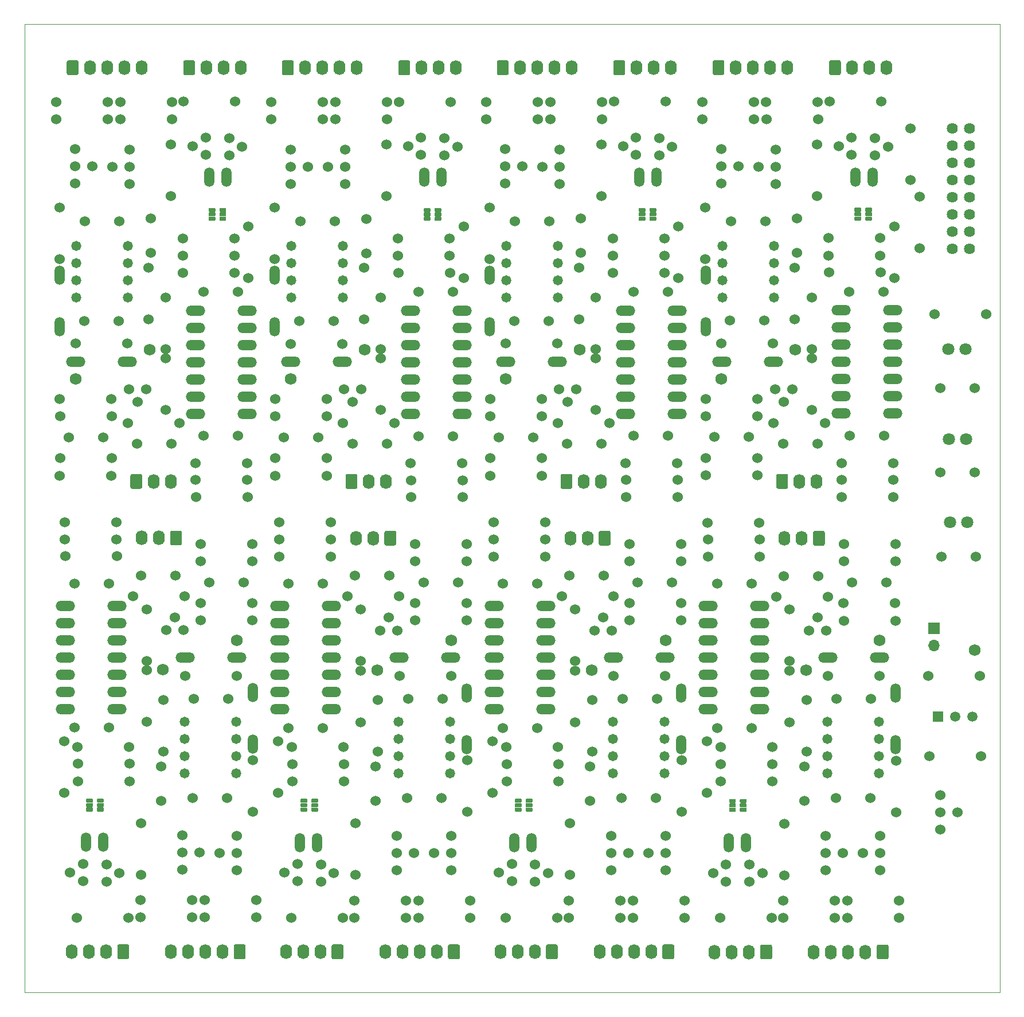
<source format=gbr>
%TF.GenerationSoftware,KiCad,Pcbnew,5.1.8-db9833491~88~ubuntu16.04.1*%
%TF.CreationDate,2021-01-16T20:59:40+01:00*%
%TF.ProjectId,vco,76636f2e-6b69-4636-9164-5f7063625858,rev?*%
%TF.SameCoordinates,Original*%
%TF.FileFunction,Soldermask,Top*%
%TF.FilePolarity,Negative*%
%FSLAX46Y46*%
G04 Gerber Fmt 4.6, Leading zero omitted, Abs format (unit mm)*
G04 Created by KiCad (PCBNEW 5.1.8-db9833491~88~ubuntu16.04.1) date 2021-01-16 20:59:40*
%MOMM*%
%LPD*%
G01*
G04 APERTURE LIST*
%TA.AperFunction,Profile*%
%ADD10C,0.050000*%
%TD*%
%ADD11C,1.727200*%
%ADD12C,1.524000*%
%ADD13R,1.500000X1.500000*%
%ADD14C,1.500000*%
%ADD15O,1.700000X1.700000*%
%ADD16R,1.700000X1.700000*%
%ADD17O,1.740000X2.190000*%
%ADD18O,1.524000X2.844800*%
%ADD19C,1.473200*%
%ADD20O,2.844800X1.524000*%
%ADD21C,1.803400*%
%ADD22C,1.625600*%
G04 APERTURE END LIST*
D10*
X163000000Y-187000000D02*
X19000000Y-187000000D01*
X163000000Y-44000000D02*
X163000000Y-187000000D01*
X19000000Y-44000000D02*
X163000000Y-44000000D01*
X19000000Y-187000000D02*
X19000000Y-44000000D01*
D11*
%TO.C,TP*%
X159300000Y-136400000D03*
%TD*%
%TO.C,Q1*%
G36*
G01*
X47872100Y-71104400D02*
X48672100Y-71104400D01*
G75*
G02*
X48773700Y-71206000I0J-101600D01*
G01*
X48773700Y-71606000D01*
G75*
G02*
X48672100Y-71707600I-101600J0D01*
G01*
X47872100Y-71707600D01*
G75*
G02*
X47770500Y-71606000I0J101600D01*
G01*
X47770500Y-71206000D01*
G75*
G02*
X47872100Y-71104400I101600J0D01*
G01*
G37*
G36*
G01*
X47872100Y-71754400D02*
X48672100Y-71754400D01*
G75*
G02*
X48773700Y-71856000I0J-101600D01*
G01*
X48773700Y-72256000D01*
G75*
G02*
X48672100Y-72357600I-101600J0D01*
G01*
X47872100Y-72357600D01*
G75*
G02*
X47770500Y-72256000I0J101600D01*
G01*
X47770500Y-71856000D01*
G75*
G02*
X47872100Y-71754400I101600J0D01*
G01*
G37*
G36*
G01*
X47872100Y-72404400D02*
X48672100Y-72404400D01*
G75*
G02*
X48773700Y-72506000I0J-101600D01*
G01*
X48773700Y-72906000D01*
G75*
G02*
X48672100Y-73007600I-101600J0D01*
G01*
X47872100Y-73007600D01*
G75*
G02*
X47770500Y-72906000I0J101600D01*
G01*
X47770500Y-72506000D01*
G75*
G02*
X47872100Y-72404400I101600J0D01*
G01*
G37*
G36*
G01*
X46272100Y-72404400D02*
X47072100Y-72404400D01*
G75*
G02*
X47173700Y-72506000I0J-101600D01*
G01*
X47173700Y-72906000D01*
G75*
G02*
X47072100Y-73007600I-101600J0D01*
G01*
X46272100Y-73007600D01*
G75*
G02*
X46170500Y-72906000I0J101600D01*
G01*
X46170500Y-72506000D01*
G75*
G02*
X46272100Y-72404400I101600J0D01*
G01*
G37*
G36*
G01*
X46272100Y-71754400D02*
X47072100Y-71754400D01*
G75*
G02*
X47173700Y-71856000I0J-101600D01*
G01*
X47173700Y-72256000D01*
G75*
G02*
X47072100Y-72357600I-101600J0D01*
G01*
X46272100Y-72357600D01*
G75*
G02*
X46170500Y-72256000I0J101600D01*
G01*
X46170500Y-71856000D01*
G75*
G02*
X46272100Y-71754400I101600J0D01*
G01*
G37*
G36*
G01*
X46272100Y-71104400D02*
X47072100Y-71104400D01*
G75*
G02*
X47173700Y-71206000I0J-101600D01*
G01*
X47173700Y-71606000D01*
G75*
G02*
X47072100Y-71707600I-101600J0D01*
G01*
X46272100Y-71707600D01*
G75*
G02*
X46170500Y-71606000I0J101600D01*
G01*
X46170500Y-71206000D01*
G75*
G02*
X46272100Y-71104400I101600J0D01*
G01*
G37*
%TD*%
%TO.C,Q3*%
G36*
G01*
X79649505Y-71116299D02*
X80449505Y-71116299D01*
G75*
G02*
X80551105Y-71217899I0J-101600D01*
G01*
X80551105Y-71617899D01*
G75*
G02*
X80449505Y-71719499I-101600J0D01*
G01*
X79649505Y-71719499D01*
G75*
G02*
X79547905Y-71617899I0J101600D01*
G01*
X79547905Y-71217899D01*
G75*
G02*
X79649505Y-71116299I101600J0D01*
G01*
G37*
G36*
G01*
X79649505Y-71766299D02*
X80449505Y-71766299D01*
G75*
G02*
X80551105Y-71867899I0J-101600D01*
G01*
X80551105Y-72267899D01*
G75*
G02*
X80449505Y-72369499I-101600J0D01*
G01*
X79649505Y-72369499D01*
G75*
G02*
X79547905Y-72267899I0J101600D01*
G01*
X79547905Y-71867899D01*
G75*
G02*
X79649505Y-71766299I101600J0D01*
G01*
G37*
G36*
G01*
X79649505Y-72416299D02*
X80449505Y-72416299D01*
G75*
G02*
X80551105Y-72517899I0J-101600D01*
G01*
X80551105Y-72917899D01*
G75*
G02*
X80449505Y-73019499I-101600J0D01*
G01*
X79649505Y-73019499D01*
G75*
G02*
X79547905Y-72917899I0J101600D01*
G01*
X79547905Y-72517899D01*
G75*
G02*
X79649505Y-72416299I101600J0D01*
G01*
G37*
G36*
G01*
X78049505Y-72416299D02*
X78849505Y-72416299D01*
G75*
G02*
X78951105Y-72517899I0J-101600D01*
G01*
X78951105Y-72917899D01*
G75*
G02*
X78849505Y-73019499I-101600J0D01*
G01*
X78049505Y-73019499D01*
G75*
G02*
X77947905Y-72917899I0J101600D01*
G01*
X77947905Y-72517899D01*
G75*
G02*
X78049505Y-72416299I101600J0D01*
G01*
G37*
G36*
G01*
X78049505Y-71766299D02*
X78849505Y-71766299D01*
G75*
G02*
X78951105Y-71867899I0J-101600D01*
G01*
X78951105Y-72267899D01*
G75*
G02*
X78849505Y-72369499I-101600J0D01*
G01*
X78049505Y-72369499D01*
G75*
G02*
X77947905Y-72267899I0J101600D01*
G01*
X77947905Y-71867899D01*
G75*
G02*
X78049505Y-71766299I101600J0D01*
G01*
G37*
G36*
G01*
X78049505Y-71116299D02*
X78849505Y-71116299D01*
G75*
G02*
X78951105Y-71217899I0J-101600D01*
G01*
X78951105Y-71617899D01*
G75*
G02*
X78849505Y-71719499I-101600J0D01*
G01*
X78049505Y-71719499D01*
G75*
G02*
X77947905Y-71617899I0J101600D01*
G01*
X77947905Y-71217899D01*
G75*
G02*
X78049505Y-71116299I101600J0D01*
G01*
G37*
%TD*%
%TO.C,Q5*%
G36*
G01*
X111383170Y-71105477D02*
X112183170Y-71105477D01*
G75*
G02*
X112284770Y-71207077I0J-101600D01*
G01*
X112284770Y-71607077D01*
G75*
G02*
X112183170Y-71708677I-101600J0D01*
G01*
X111383170Y-71708677D01*
G75*
G02*
X111281570Y-71607077I0J101600D01*
G01*
X111281570Y-71207077D01*
G75*
G02*
X111383170Y-71105477I101600J0D01*
G01*
G37*
G36*
G01*
X111383170Y-71755477D02*
X112183170Y-71755477D01*
G75*
G02*
X112284770Y-71857077I0J-101600D01*
G01*
X112284770Y-72257077D01*
G75*
G02*
X112183170Y-72358677I-101600J0D01*
G01*
X111383170Y-72358677D01*
G75*
G02*
X111281570Y-72257077I0J101600D01*
G01*
X111281570Y-71857077D01*
G75*
G02*
X111383170Y-71755477I101600J0D01*
G01*
G37*
G36*
G01*
X111383170Y-72405477D02*
X112183170Y-72405477D01*
G75*
G02*
X112284770Y-72507077I0J-101600D01*
G01*
X112284770Y-72907077D01*
G75*
G02*
X112183170Y-73008677I-101600J0D01*
G01*
X111383170Y-73008677D01*
G75*
G02*
X111281570Y-72907077I0J101600D01*
G01*
X111281570Y-72507077D01*
G75*
G02*
X111383170Y-72405477I101600J0D01*
G01*
G37*
G36*
G01*
X109783170Y-72405477D02*
X110583170Y-72405477D01*
G75*
G02*
X110684770Y-72507077I0J-101600D01*
G01*
X110684770Y-72907077D01*
G75*
G02*
X110583170Y-73008677I-101600J0D01*
G01*
X109783170Y-73008677D01*
G75*
G02*
X109681570Y-72907077I0J101600D01*
G01*
X109681570Y-72507077D01*
G75*
G02*
X109783170Y-72405477I101600J0D01*
G01*
G37*
G36*
G01*
X109783170Y-71755477D02*
X110583170Y-71755477D01*
G75*
G02*
X110684770Y-71857077I0J-101600D01*
G01*
X110684770Y-72257077D01*
G75*
G02*
X110583170Y-72358677I-101600J0D01*
G01*
X109783170Y-72358677D01*
G75*
G02*
X109681570Y-72257077I0J101600D01*
G01*
X109681570Y-71857077D01*
G75*
G02*
X109783170Y-71755477I101600J0D01*
G01*
G37*
G36*
G01*
X109783170Y-71105477D02*
X110583170Y-71105477D01*
G75*
G02*
X110684770Y-71207077I0J-101600D01*
G01*
X110684770Y-71607077D01*
G75*
G02*
X110583170Y-71708677I-101600J0D01*
G01*
X109783170Y-71708677D01*
G75*
G02*
X109681570Y-71607077I0J101600D01*
G01*
X109681570Y-71207077D01*
G75*
G02*
X109783170Y-71105477I101600J0D01*
G01*
G37*
%TD*%
%TO.C,Q7*%
G36*
G01*
X143248565Y-71092170D02*
X144048565Y-71092170D01*
G75*
G02*
X144150165Y-71193770I0J-101600D01*
G01*
X144150165Y-71593770D01*
G75*
G02*
X144048565Y-71695370I-101600J0D01*
G01*
X143248565Y-71695370D01*
G75*
G02*
X143146965Y-71593770I0J101600D01*
G01*
X143146965Y-71193770D01*
G75*
G02*
X143248565Y-71092170I101600J0D01*
G01*
G37*
G36*
G01*
X143248565Y-71742170D02*
X144048565Y-71742170D01*
G75*
G02*
X144150165Y-71843770I0J-101600D01*
G01*
X144150165Y-72243770D01*
G75*
G02*
X144048565Y-72345370I-101600J0D01*
G01*
X143248565Y-72345370D01*
G75*
G02*
X143146965Y-72243770I0J101600D01*
G01*
X143146965Y-71843770D01*
G75*
G02*
X143248565Y-71742170I101600J0D01*
G01*
G37*
G36*
G01*
X143248565Y-72392170D02*
X144048565Y-72392170D01*
G75*
G02*
X144150165Y-72493770I0J-101600D01*
G01*
X144150165Y-72893770D01*
G75*
G02*
X144048565Y-72995370I-101600J0D01*
G01*
X143248565Y-72995370D01*
G75*
G02*
X143146965Y-72893770I0J101600D01*
G01*
X143146965Y-72493770D01*
G75*
G02*
X143248565Y-72392170I101600J0D01*
G01*
G37*
G36*
G01*
X141648565Y-72392170D02*
X142448565Y-72392170D01*
G75*
G02*
X142550165Y-72493770I0J-101600D01*
G01*
X142550165Y-72893770D01*
G75*
G02*
X142448565Y-72995370I-101600J0D01*
G01*
X141648565Y-72995370D01*
G75*
G02*
X141546965Y-72893770I0J101600D01*
G01*
X141546965Y-72493770D01*
G75*
G02*
X141648565Y-72392170I101600J0D01*
G01*
G37*
G36*
G01*
X141648565Y-71742170D02*
X142448565Y-71742170D01*
G75*
G02*
X142550165Y-71843770I0J-101600D01*
G01*
X142550165Y-72243770D01*
G75*
G02*
X142448565Y-72345370I-101600J0D01*
G01*
X141648565Y-72345370D01*
G75*
G02*
X141546965Y-72243770I0J101600D01*
G01*
X141546965Y-71843770D01*
G75*
G02*
X141648565Y-71742170I101600J0D01*
G01*
G37*
G36*
G01*
X141648565Y-71092170D02*
X142448565Y-71092170D01*
G75*
G02*
X142550165Y-71193770I0J-101600D01*
G01*
X142550165Y-71593770D01*
G75*
G02*
X142448565Y-71695370I-101600J0D01*
G01*
X141648565Y-71695370D01*
G75*
G02*
X141546965Y-71593770I0J101600D01*
G01*
X141546965Y-71193770D01*
G75*
G02*
X141648565Y-71092170I101600J0D01*
G01*
G37*
%TD*%
%TO.C,Q9*%
G36*
G01*
X28995999Y-160253000D02*
X28195999Y-160253000D01*
G75*
G02*
X28094399Y-160151400I0J101600D01*
G01*
X28094399Y-159751400D01*
G75*
G02*
X28195999Y-159649800I101600J0D01*
G01*
X28995999Y-159649800D01*
G75*
G02*
X29097599Y-159751400I0J-101600D01*
G01*
X29097599Y-160151400D01*
G75*
G02*
X28995999Y-160253000I-101600J0D01*
G01*
G37*
G36*
G01*
X28995999Y-159603000D02*
X28195999Y-159603000D01*
G75*
G02*
X28094399Y-159501400I0J101600D01*
G01*
X28094399Y-159101400D01*
G75*
G02*
X28195999Y-158999800I101600J0D01*
G01*
X28995999Y-158999800D01*
G75*
G02*
X29097599Y-159101400I0J-101600D01*
G01*
X29097599Y-159501400D01*
G75*
G02*
X28995999Y-159603000I-101600J0D01*
G01*
G37*
G36*
G01*
X28995999Y-158953000D02*
X28195999Y-158953000D01*
G75*
G02*
X28094399Y-158851400I0J101600D01*
G01*
X28094399Y-158451400D01*
G75*
G02*
X28195999Y-158349800I101600J0D01*
G01*
X28995999Y-158349800D01*
G75*
G02*
X29097599Y-158451400I0J-101600D01*
G01*
X29097599Y-158851400D01*
G75*
G02*
X28995999Y-158953000I-101600J0D01*
G01*
G37*
G36*
G01*
X30595999Y-158953000D02*
X29795999Y-158953000D01*
G75*
G02*
X29694399Y-158851400I0J101600D01*
G01*
X29694399Y-158451400D01*
G75*
G02*
X29795999Y-158349800I101600J0D01*
G01*
X30595999Y-158349800D01*
G75*
G02*
X30697599Y-158451400I0J-101600D01*
G01*
X30697599Y-158851400D01*
G75*
G02*
X30595999Y-158953000I-101600J0D01*
G01*
G37*
G36*
G01*
X30595999Y-159603000D02*
X29795999Y-159603000D01*
G75*
G02*
X29694399Y-159501400I0J101600D01*
G01*
X29694399Y-159101400D01*
G75*
G02*
X29795999Y-158999800I101600J0D01*
G01*
X30595999Y-158999800D01*
G75*
G02*
X30697599Y-159101400I0J-101600D01*
G01*
X30697599Y-159501400D01*
G75*
G02*
X30595999Y-159603000I-101600J0D01*
G01*
G37*
G36*
G01*
X30595999Y-160253000D02*
X29795999Y-160253000D01*
G75*
G02*
X29694399Y-160151400I0J101600D01*
G01*
X29694399Y-159751400D01*
G75*
G02*
X29795999Y-159649800I101600J0D01*
G01*
X30595999Y-159649800D01*
G75*
G02*
X30697599Y-159751400I0J-101600D01*
G01*
X30697599Y-160151400D01*
G75*
G02*
X30595999Y-160253000I-101600J0D01*
G01*
G37*
%TD*%
%TO.C,Q11*%
G36*
G01*
X60635999Y-160273000D02*
X59835999Y-160273000D01*
G75*
G02*
X59734399Y-160171400I0J101600D01*
G01*
X59734399Y-159771400D01*
G75*
G02*
X59835999Y-159669800I101600J0D01*
G01*
X60635999Y-159669800D01*
G75*
G02*
X60737599Y-159771400I0J-101600D01*
G01*
X60737599Y-160171400D01*
G75*
G02*
X60635999Y-160273000I-101600J0D01*
G01*
G37*
G36*
G01*
X60635999Y-159623000D02*
X59835999Y-159623000D01*
G75*
G02*
X59734399Y-159521400I0J101600D01*
G01*
X59734399Y-159121400D01*
G75*
G02*
X59835999Y-159019800I101600J0D01*
G01*
X60635999Y-159019800D01*
G75*
G02*
X60737599Y-159121400I0J-101600D01*
G01*
X60737599Y-159521400D01*
G75*
G02*
X60635999Y-159623000I-101600J0D01*
G01*
G37*
G36*
G01*
X60635999Y-158973000D02*
X59835999Y-158973000D01*
G75*
G02*
X59734399Y-158871400I0J101600D01*
G01*
X59734399Y-158471400D01*
G75*
G02*
X59835999Y-158369800I101600J0D01*
G01*
X60635999Y-158369800D01*
G75*
G02*
X60737599Y-158471400I0J-101600D01*
G01*
X60737599Y-158871400D01*
G75*
G02*
X60635999Y-158973000I-101600J0D01*
G01*
G37*
G36*
G01*
X62235999Y-158973000D02*
X61435999Y-158973000D01*
G75*
G02*
X61334399Y-158871400I0J101600D01*
G01*
X61334399Y-158471400D01*
G75*
G02*
X61435999Y-158369800I101600J0D01*
G01*
X62235999Y-158369800D01*
G75*
G02*
X62337599Y-158471400I0J-101600D01*
G01*
X62337599Y-158871400D01*
G75*
G02*
X62235999Y-158973000I-101600J0D01*
G01*
G37*
G36*
G01*
X62235999Y-159623000D02*
X61435999Y-159623000D01*
G75*
G02*
X61334399Y-159521400I0J101600D01*
G01*
X61334399Y-159121400D01*
G75*
G02*
X61435999Y-159019800I101600J0D01*
G01*
X62235999Y-159019800D01*
G75*
G02*
X62337599Y-159121400I0J-101600D01*
G01*
X62337599Y-159521400D01*
G75*
G02*
X62235999Y-159623000I-101600J0D01*
G01*
G37*
G36*
G01*
X62235999Y-160273000D02*
X61435999Y-160273000D01*
G75*
G02*
X61334399Y-160171400I0J101600D01*
G01*
X61334399Y-159771400D01*
G75*
G02*
X61435999Y-159669800I101600J0D01*
G01*
X62235999Y-159669800D01*
G75*
G02*
X62337599Y-159771400I0J-101600D01*
G01*
X62337599Y-160171400D01*
G75*
G02*
X62235999Y-160273000I-101600J0D01*
G01*
G37*
%TD*%
%TO.C,Q13*%
G36*
G01*
X92295999Y-160273000D02*
X91495999Y-160273000D01*
G75*
G02*
X91394399Y-160171400I0J101600D01*
G01*
X91394399Y-159771400D01*
G75*
G02*
X91495999Y-159669800I101600J0D01*
G01*
X92295999Y-159669800D01*
G75*
G02*
X92397599Y-159771400I0J-101600D01*
G01*
X92397599Y-160171400D01*
G75*
G02*
X92295999Y-160273000I-101600J0D01*
G01*
G37*
G36*
G01*
X92295999Y-159623000D02*
X91495999Y-159623000D01*
G75*
G02*
X91394399Y-159521400I0J101600D01*
G01*
X91394399Y-159121400D01*
G75*
G02*
X91495999Y-159019800I101600J0D01*
G01*
X92295999Y-159019800D01*
G75*
G02*
X92397599Y-159121400I0J-101600D01*
G01*
X92397599Y-159521400D01*
G75*
G02*
X92295999Y-159623000I-101600J0D01*
G01*
G37*
G36*
G01*
X92295999Y-158973000D02*
X91495999Y-158973000D01*
G75*
G02*
X91394399Y-158871400I0J101600D01*
G01*
X91394399Y-158471400D01*
G75*
G02*
X91495999Y-158369800I101600J0D01*
G01*
X92295999Y-158369800D01*
G75*
G02*
X92397599Y-158471400I0J-101600D01*
G01*
X92397599Y-158871400D01*
G75*
G02*
X92295999Y-158973000I-101600J0D01*
G01*
G37*
G36*
G01*
X93895999Y-158973000D02*
X93095999Y-158973000D01*
G75*
G02*
X92994399Y-158871400I0J101600D01*
G01*
X92994399Y-158471400D01*
G75*
G02*
X93095999Y-158369800I101600J0D01*
G01*
X93895999Y-158369800D01*
G75*
G02*
X93997599Y-158471400I0J-101600D01*
G01*
X93997599Y-158871400D01*
G75*
G02*
X93895999Y-158973000I-101600J0D01*
G01*
G37*
G36*
G01*
X93895999Y-159623000D02*
X93095999Y-159623000D01*
G75*
G02*
X92994399Y-159521400I0J101600D01*
G01*
X92994399Y-159121400D01*
G75*
G02*
X93095999Y-159019800I101600J0D01*
G01*
X93895999Y-159019800D01*
G75*
G02*
X93997599Y-159121400I0J-101600D01*
G01*
X93997599Y-159521400D01*
G75*
G02*
X93895999Y-159623000I-101600J0D01*
G01*
G37*
G36*
G01*
X93895999Y-160273000D02*
X93095999Y-160273000D01*
G75*
G02*
X92994399Y-160171400I0J101600D01*
G01*
X92994399Y-159771400D01*
G75*
G02*
X93095999Y-159669800I101600J0D01*
G01*
X93895999Y-159669800D01*
G75*
G02*
X93997599Y-159771400I0J-101600D01*
G01*
X93997599Y-160171400D01*
G75*
G02*
X93895999Y-160273000I-101600J0D01*
G01*
G37*
%TD*%
%TO.C,Q15*%
G36*
G01*
X123935999Y-160293000D02*
X123135999Y-160293000D01*
G75*
G02*
X123034399Y-160191400I0J101600D01*
G01*
X123034399Y-159791400D01*
G75*
G02*
X123135999Y-159689800I101600J0D01*
G01*
X123935999Y-159689800D01*
G75*
G02*
X124037599Y-159791400I0J-101600D01*
G01*
X124037599Y-160191400D01*
G75*
G02*
X123935999Y-160293000I-101600J0D01*
G01*
G37*
G36*
G01*
X123935999Y-159643000D02*
X123135999Y-159643000D01*
G75*
G02*
X123034399Y-159541400I0J101600D01*
G01*
X123034399Y-159141400D01*
G75*
G02*
X123135999Y-159039800I101600J0D01*
G01*
X123935999Y-159039800D01*
G75*
G02*
X124037599Y-159141400I0J-101600D01*
G01*
X124037599Y-159541400D01*
G75*
G02*
X123935999Y-159643000I-101600J0D01*
G01*
G37*
G36*
G01*
X123935999Y-158993000D02*
X123135999Y-158993000D01*
G75*
G02*
X123034399Y-158891400I0J101600D01*
G01*
X123034399Y-158491400D01*
G75*
G02*
X123135999Y-158389800I101600J0D01*
G01*
X123935999Y-158389800D01*
G75*
G02*
X124037599Y-158491400I0J-101600D01*
G01*
X124037599Y-158891400D01*
G75*
G02*
X123935999Y-158993000I-101600J0D01*
G01*
G37*
G36*
G01*
X125535999Y-158993000D02*
X124735999Y-158993000D01*
G75*
G02*
X124634399Y-158891400I0J101600D01*
G01*
X124634399Y-158491400D01*
G75*
G02*
X124735999Y-158389800I101600J0D01*
G01*
X125535999Y-158389800D01*
G75*
G02*
X125637599Y-158491400I0J-101600D01*
G01*
X125637599Y-158891400D01*
G75*
G02*
X125535999Y-158993000I-101600J0D01*
G01*
G37*
G36*
G01*
X125535999Y-159643000D02*
X124735999Y-159643000D01*
G75*
G02*
X124634399Y-159541400I0J101600D01*
G01*
X124634399Y-159141400D01*
G75*
G02*
X124735999Y-159039800I101600J0D01*
G01*
X125535999Y-159039800D01*
G75*
G02*
X125637599Y-159141400I0J-101600D01*
G01*
X125637599Y-159541400D01*
G75*
G02*
X125535999Y-159643000I-101600J0D01*
G01*
G37*
G36*
G01*
X125535999Y-160293000D02*
X124735999Y-160293000D01*
G75*
G02*
X124634399Y-160191400I0J101600D01*
G01*
X124634399Y-159791400D01*
G75*
G02*
X124735999Y-159689800I101600J0D01*
G01*
X125535999Y-159689800D01*
G75*
G02*
X125637599Y-159791400I0J-101600D01*
G01*
X125637599Y-160191400D01*
G75*
G02*
X125535999Y-160293000I-101600J0D01*
G01*
G37*
%TD*%
D12*
%TO.C,SCALE1*%
X34533300Y-65024400D03*
X31993300Y-65024400D03*
X34533300Y-62484400D03*
X34533300Y-67564400D03*
%TD*%
%TO.C,OFFSET1*%
X26493300Y-64994400D03*
X29033300Y-64994400D03*
X26493300Y-67534400D03*
X26493300Y-62454400D03*
%TD*%
%TO.C,TRIM_5V1*%
X154230000Y-160400000D03*
X156770000Y-160400000D03*
X154230000Y-162940000D03*
X154230000Y-157860000D03*
%TD*%
D13*
%TO.C,U1*%
X153900000Y-146200000D03*
D14*
X158980000Y-146200000D03*
X156440000Y-146200000D03*
%TD*%
D15*
%TO.C,5V_ALT*%
X153300000Y-135740000D03*
D16*
X153300000Y-133200000D03*
%TD*%
D12*
%TO.C,R197*%
X152590000Y-152100000D03*
X160210000Y-152100000D03*
%TD*%
%TO.C,R196*%
X160110000Y-140200000D03*
X152490000Y-140200000D03*
%TD*%
%TO.C,C16*%
X77220705Y-104796299D03*
X82300705Y-104796299D03*
%TD*%
D17*
%TO.C,PW_IN1*%
X50920000Y-50400000D03*
X48380000Y-50400000D03*
X45840000Y-50400000D03*
G36*
G01*
X42430000Y-51245001D02*
X42430000Y-49554999D01*
G75*
G02*
X42679999Y-49305000I249999J0D01*
G01*
X43920001Y-49305000D01*
G75*
G02*
X44170000Y-49554999I0J-249999D01*
G01*
X44170000Y-51245001D01*
G75*
G02*
X43920001Y-51495000I-249999J0D01*
G01*
X42679999Y-51495000D01*
G75*
G02*
X42430000Y-51245001I0J249999D01*
G01*
G37*
%TD*%
%TO.C,PW_IN8*%
X120888099Y-180997400D03*
X123428099Y-180997400D03*
X125968099Y-180997400D03*
G36*
G01*
X129378099Y-180152399D02*
X129378099Y-181842401D01*
G75*
G02*
X129128100Y-182092400I-249999J0D01*
G01*
X127888098Y-182092400D01*
G75*
G02*
X127638099Y-181842401I0J249999D01*
G01*
X127638099Y-180152399D01*
G75*
G02*
X127888098Y-179902400I249999J0D01*
G01*
X129128100Y-179902400D01*
G75*
G02*
X129378099Y-180152399I0J-249999D01*
G01*
G37*
%TD*%
%TO.C,PW_IN7*%
X89248099Y-180977400D03*
X91788099Y-180977400D03*
X94328099Y-180977400D03*
G36*
G01*
X97738099Y-180132399D02*
X97738099Y-181822401D01*
G75*
G02*
X97488100Y-182072400I-249999J0D01*
G01*
X96248098Y-182072400D01*
G75*
G02*
X95998099Y-181822401I0J249999D01*
G01*
X95998099Y-180132399D01*
G75*
G02*
X96248098Y-179882400I249999J0D01*
G01*
X97488100Y-179882400D01*
G75*
G02*
X97738099Y-180132399I0J-249999D01*
G01*
G37*
%TD*%
%TO.C,PW_IN6*%
X57588099Y-180977400D03*
X60128099Y-180977400D03*
X62668099Y-180977400D03*
G36*
G01*
X66078099Y-180132399D02*
X66078099Y-181822401D01*
G75*
G02*
X65828100Y-182072400I-249999J0D01*
G01*
X64588098Y-182072400D01*
G75*
G02*
X64338099Y-181822401I0J249999D01*
G01*
X64338099Y-180132399D01*
G75*
G02*
X64588098Y-179882400I249999J0D01*
G01*
X65828100Y-179882400D01*
G75*
G02*
X66078099Y-180132399I0J-249999D01*
G01*
G37*
%TD*%
%TO.C,PW_IN5*%
X25948099Y-180957400D03*
X28488099Y-180957400D03*
X31028099Y-180957400D03*
G36*
G01*
X34438099Y-180112399D02*
X34438099Y-181802401D01*
G75*
G02*
X34188100Y-182052400I-249999J0D01*
G01*
X32948098Y-182052400D01*
G75*
G02*
X32698099Y-181802401I0J249999D01*
G01*
X32698099Y-180112399D01*
G75*
G02*
X32948098Y-179862400I249999J0D01*
G01*
X34188100Y-179862400D01*
G75*
G02*
X34438099Y-180112399I0J-249999D01*
G01*
G37*
%TD*%
%TO.C,PW_IN3*%
X146296465Y-50387770D03*
X143756465Y-50387770D03*
X141216465Y-50387770D03*
G36*
G01*
X137806465Y-51232771D02*
X137806465Y-49542769D01*
G75*
G02*
X138056464Y-49292770I249999J0D01*
G01*
X139296466Y-49292770D01*
G75*
G02*
X139546465Y-49542769I0J-249999D01*
G01*
X139546465Y-51232771D01*
G75*
G02*
X139296466Y-51482770I-249999J0D01*
G01*
X138056464Y-51482770D01*
G75*
G02*
X137806465Y-51232771I0J249999D01*
G01*
G37*
%TD*%
%TO.C,PW_IN4*%
X114431070Y-50401077D03*
X111891070Y-50401077D03*
X109351070Y-50401077D03*
G36*
G01*
X105941070Y-51246078D02*
X105941070Y-49556076D01*
G75*
G02*
X106191069Y-49306077I249999J0D01*
G01*
X107431071Y-49306077D01*
G75*
G02*
X107681070Y-49556076I0J-249999D01*
G01*
X107681070Y-51246078D01*
G75*
G02*
X107431071Y-51496077I-249999J0D01*
G01*
X106191069Y-51496077D01*
G75*
G02*
X105941070Y-51246078I0J249999D01*
G01*
G37*
%TD*%
%TO.C,PW_IN2*%
X82697405Y-50411899D03*
X80157405Y-50411899D03*
X77617405Y-50411899D03*
G36*
G01*
X74207405Y-51256900D02*
X74207405Y-49566898D01*
G75*
G02*
X74457404Y-49316899I249999J0D01*
G01*
X75697406Y-49316899D01*
G75*
G02*
X75947405Y-49566898I0J-249999D01*
G01*
X75947405Y-51256900D01*
G75*
G02*
X75697406Y-51506899I-249999J0D01*
G01*
X74457404Y-51506899D01*
G75*
G02*
X74207405Y-51256900I0J249999D01*
G01*
G37*
%TD*%
%TO.C,CV_IN1*%
X36260000Y-50400000D03*
X33720000Y-50400000D03*
X31180000Y-50400000D03*
X28640000Y-50400000D03*
G36*
G01*
X25230000Y-51245001D02*
X25230000Y-49554999D01*
G75*
G02*
X25479999Y-49305000I249999J0D01*
G01*
X26720001Y-49305000D01*
G75*
G02*
X26970000Y-49554999I0J-249999D01*
G01*
X26970000Y-51245001D01*
G75*
G02*
X26720001Y-51495000I-249999J0D01*
G01*
X25479999Y-51495000D01*
G75*
G02*
X25230000Y-51245001I0J249999D01*
G01*
G37*
%TD*%
%TO.C,CV_IN8*%
X135548099Y-180997400D03*
X138088099Y-180997400D03*
X140628099Y-180997400D03*
X143168099Y-180997400D03*
G36*
G01*
X146578099Y-180152399D02*
X146578099Y-181842401D01*
G75*
G02*
X146328100Y-182092400I-249999J0D01*
G01*
X145088098Y-182092400D01*
G75*
G02*
X144838099Y-181842401I0J249999D01*
G01*
X144838099Y-180152399D01*
G75*
G02*
X145088098Y-179902400I249999J0D01*
G01*
X146328100Y-179902400D01*
G75*
G02*
X146578099Y-180152399I0J-249999D01*
G01*
G37*
%TD*%
%TO.C,CV_IN7*%
X103908099Y-180977400D03*
X106448099Y-180977400D03*
X108988099Y-180977400D03*
X111528099Y-180977400D03*
G36*
G01*
X114938099Y-180132399D02*
X114938099Y-181822401D01*
G75*
G02*
X114688100Y-182072400I-249999J0D01*
G01*
X113448098Y-182072400D01*
G75*
G02*
X113198099Y-181822401I0J249999D01*
G01*
X113198099Y-180132399D01*
G75*
G02*
X113448098Y-179882400I249999J0D01*
G01*
X114688100Y-179882400D01*
G75*
G02*
X114938099Y-180132399I0J-249999D01*
G01*
G37*
%TD*%
%TO.C,CV_IN6*%
X72248099Y-180977400D03*
X74788099Y-180977400D03*
X77328099Y-180977400D03*
X79868099Y-180977400D03*
G36*
G01*
X83278099Y-180132399D02*
X83278099Y-181822401D01*
G75*
G02*
X83028100Y-182072400I-249999J0D01*
G01*
X81788098Y-182072400D01*
G75*
G02*
X81538099Y-181822401I0J249999D01*
G01*
X81538099Y-180132399D01*
G75*
G02*
X81788098Y-179882400I249999J0D01*
G01*
X83028100Y-179882400D01*
G75*
G02*
X83278099Y-180132399I0J-249999D01*
G01*
G37*
%TD*%
%TO.C,CV_IN5*%
X40608099Y-180957400D03*
X43148099Y-180957400D03*
X45688099Y-180957400D03*
X48228099Y-180957400D03*
G36*
G01*
X51638099Y-180112399D02*
X51638099Y-181802401D01*
G75*
G02*
X51388100Y-182052400I-249999J0D01*
G01*
X50148098Y-182052400D01*
G75*
G02*
X49898099Y-181802401I0J249999D01*
G01*
X49898099Y-180112399D01*
G75*
G02*
X50148098Y-179862400I249999J0D01*
G01*
X51388100Y-179862400D01*
G75*
G02*
X51638099Y-180112399I0J-249999D01*
G01*
G37*
%TD*%
%TO.C,CV_IN4*%
X131636465Y-50387770D03*
X129096465Y-50387770D03*
X126556465Y-50387770D03*
X124016465Y-50387770D03*
G36*
G01*
X120606465Y-51232771D02*
X120606465Y-49542769D01*
G75*
G02*
X120856464Y-49292770I249999J0D01*
G01*
X122096466Y-49292770D01*
G75*
G02*
X122346465Y-49542769I0J-249999D01*
G01*
X122346465Y-51232771D01*
G75*
G02*
X122096466Y-51482770I-249999J0D01*
G01*
X120856464Y-51482770D01*
G75*
G02*
X120606465Y-51232771I0J249999D01*
G01*
G37*
%TD*%
%TO.C,CV_IN3*%
X99771070Y-50401077D03*
X97231070Y-50401077D03*
X94691070Y-50401077D03*
X92151070Y-50401077D03*
G36*
G01*
X88741070Y-51246078D02*
X88741070Y-49556076D01*
G75*
G02*
X88991069Y-49306077I249999J0D01*
G01*
X90231071Y-49306077D01*
G75*
G02*
X90481070Y-49556076I0J-249999D01*
G01*
X90481070Y-51246078D01*
G75*
G02*
X90231071Y-51496077I-249999J0D01*
G01*
X88991069Y-51496077D01*
G75*
G02*
X88741070Y-51246078I0J249999D01*
G01*
G37*
%TD*%
%TO.C,CV_IN2*%
X68037405Y-50411899D03*
X65497405Y-50411899D03*
X62957405Y-50411899D03*
X60417405Y-50411899D03*
G36*
G01*
X57007405Y-51256900D02*
X57007405Y-49566898D01*
G75*
G02*
X57257404Y-49316899I249999J0D01*
G01*
X58497406Y-49316899D01*
G75*
G02*
X58747405Y-49566898I0J-249999D01*
G01*
X58747405Y-51256900D01*
G75*
G02*
X58497406Y-51506899I-249999J0D01*
G01*
X57257404Y-51506899D01*
G75*
G02*
X57007405Y-51256900I0J249999D01*
G01*
G37*
%TD*%
D12*
%TO.C,C22*%
X114019970Y-83485877D03*
X108939970Y-83485877D03*
%TD*%
%TO.C,C21*%
X96384370Y-87785477D03*
X91304370Y-87785477D03*
%TD*%
D17*
%TO.C,OUT1*%
X40580000Y-111500000D03*
X38040000Y-111500000D03*
G36*
G01*
X34630000Y-112345001D02*
X34630000Y-110654999D01*
G75*
G02*
X34879999Y-110405000I249999J0D01*
G01*
X36120001Y-110405000D01*
G75*
G02*
X36370000Y-110654999I0J-249999D01*
G01*
X36370000Y-112345001D01*
G75*
G02*
X36120001Y-112595000I-249999J0D01*
G01*
X34879999Y-112595000D01*
G75*
G02*
X34630000Y-112345001I0J249999D01*
G01*
G37*
%TD*%
%TO.C,OUT8*%
X131228099Y-119897400D03*
X133768099Y-119897400D03*
G36*
G01*
X137178099Y-119052399D02*
X137178099Y-120742401D01*
G75*
G02*
X136928100Y-120992400I-249999J0D01*
G01*
X135688098Y-120992400D01*
G75*
G02*
X135438099Y-120742401I0J249999D01*
G01*
X135438099Y-119052399D01*
G75*
G02*
X135688098Y-118802400I249999J0D01*
G01*
X136928100Y-118802400D01*
G75*
G02*
X137178099Y-119052399I0J-249999D01*
G01*
G37*
%TD*%
%TO.C,OUT7*%
X99588099Y-119877400D03*
X102128099Y-119877400D03*
G36*
G01*
X105538099Y-119032399D02*
X105538099Y-120722401D01*
G75*
G02*
X105288100Y-120972400I-249999J0D01*
G01*
X104048098Y-120972400D01*
G75*
G02*
X103798099Y-120722401I0J249999D01*
G01*
X103798099Y-119032399D01*
G75*
G02*
X104048098Y-118782400I249999J0D01*
G01*
X105288100Y-118782400D01*
G75*
G02*
X105538099Y-119032399I0J-249999D01*
G01*
G37*
%TD*%
%TO.C,OUT6*%
X67928099Y-119877400D03*
X70468099Y-119877400D03*
G36*
G01*
X73878099Y-119032399D02*
X73878099Y-120722401D01*
G75*
G02*
X73628100Y-120972400I-249999J0D01*
G01*
X72388098Y-120972400D01*
G75*
G02*
X72138099Y-120722401I0J249999D01*
G01*
X72138099Y-119032399D01*
G75*
G02*
X72388098Y-118782400I249999J0D01*
G01*
X73628100Y-118782400D01*
G75*
G02*
X73878099Y-119032399I0J-249999D01*
G01*
G37*
%TD*%
%TO.C,OUT5*%
X36288099Y-119857400D03*
X38828099Y-119857400D03*
G36*
G01*
X42238099Y-119012399D02*
X42238099Y-120702401D01*
G75*
G02*
X41988100Y-120952400I-249999J0D01*
G01*
X40748098Y-120952400D01*
G75*
G02*
X40498099Y-120702401I0J249999D01*
G01*
X40498099Y-119012399D01*
G75*
G02*
X40748098Y-118762400I249999J0D01*
G01*
X41988100Y-118762400D01*
G75*
G02*
X42238099Y-119012399I0J-249999D01*
G01*
G37*
%TD*%
%TO.C,OUT4*%
X135956465Y-111487770D03*
X133416465Y-111487770D03*
G36*
G01*
X130006465Y-112332771D02*
X130006465Y-110642769D01*
G75*
G02*
X130256464Y-110392770I249999J0D01*
G01*
X131496466Y-110392770D01*
G75*
G02*
X131746465Y-110642769I0J-249999D01*
G01*
X131746465Y-112332771D01*
G75*
G02*
X131496466Y-112582770I-249999J0D01*
G01*
X130256464Y-112582770D01*
G75*
G02*
X130006465Y-112332771I0J249999D01*
G01*
G37*
%TD*%
%TO.C,OUT3*%
X104091070Y-111501077D03*
X101551070Y-111501077D03*
G36*
G01*
X98141070Y-112346078D02*
X98141070Y-110656076D01*
G75*
G02*
X98391069Y-110406077I249999J0D01*
G01*
X99631071Y-110406077D01*
G75*
G02*
X99881070Y-110656076I0J-249999D01*
G01*
X99881070Y-112346078D01*
G75*
G02*
X99631071Y-112596077I-249999J0D01*
G01*
X98391069Y-112596077D01*
G75*
G02*
X98141070Y-112346078I0J249999D01*
G01*
G37*
%TD*%
%TO.C,OUT2*%
X72357405Y-111511899D03*
X69817405Y-111511899D03*
G36*
G01*
X66407405Y-112356900D02*
X66407405Y-110666898D01*
G75*
G02*
X66657404Y-110416899I249999J0D01*
G01*
X67897406Y-110416899D01*
G75*
G02*
X68147405Y-110666898I0J-249999D01*
G01*
X68147405Y-112356900D01*
G75*
G02*
X67897406Y-112606899I-249999J0D01*
G01*
X66657404Y-112606899D01*
G75*
G02*
X66407405Y-112356900I0J249999D01*
G01*
G37*
%TD*%
D12*
%TO.C,R50*%
X55987905Y-110648699D03*
X63607905Y-110648699D03*
%TD*%
%TO.C,R36*%
X74144705Y-78153099D03*
X81764705Y-78153099D03*
%TD*%
D18*
%TO.C,R33*%
X78059505Y-66567899D03*
X80599505Y-66567899D03*
%TD*%
D12*
%TO.C,T16*%
X122585999Y-170581400D03*
X120680999Y-169311400D03*
X122585999Y-168041400D03*
%TD*%
%TO.C,T15*%
X126045999Y-168121400D03*
X127950999Y-169391400D03*
X126045999Y-170661400D03*
%TD*%
%TO.C,T14*%
X90945999Y-170561400D03*
X89040999Y-169291400D03*
X90945999Y-168021400D03*
%TD*%
%TO.C,T13*%
X94405999Y-168101400D03*
X96310999Y-169371400D03*
X94405999Y-170641400D03*
%TD*%
%TO.C,T12*%
X59285999Y-170561400D03*
X57380999Y-169291400D03*
X59285999Y-168021400D03*
%TD*%
%TO.C,T11*%
X62745999Y-168101400D03*
X64650999Y-169371400D03*
X62745999Y-170641400D03*
%TD*%
%TO.C,T10*%
X27645999Y-170541400D03*
X25740999Y-169271400D03*
X27645999Y-168001400D03*
%TD*%
%TO.C,T9*%
X31105999Y-168081400D03*
X33010999Y-169351400D03*
X31105999Y-170621400D03*
%TD*%
%TO.C,T8*%
X144598565Y-60803770D03*
X146503565Y-62073770D03*
X144598565Y-63343770D03*
%TD*%
%TO.C,T7*%
X141138565Y-63263770D03*
X139233565Y-61993770D03*
X141138565Y-60723770D03*
%TD*%
%TO.C,T6*%
X112733170Y-60817077D03*
X114638170Y-62087077D03*
X112733170Y-63357077D03*
%TD*%
%TO.C,T5*%
X109273170Y-63277077D03*
X107368170Y-62007077D03*
X109273170Y-60737077D03*
%TD*%
D11*
%TO.C,SYNC_MOD8*%
X145276799Y-135009400D03*
%TD*%
%TO.C,SYNC_MOD7*%
X113636799Y-134989400D03*
%TD*%
%TO.C,SYNC_MOD6*%
X81976799Y-134989400D03*
%TD*%
%TO.C,SYNC_MOD5*%
X50336799Y-134969400D03*
%TD*%
%TO.C,SYNC_MOD4*%
X121907765Y-96375770D03*
%TD*%
%TO.C,SYNC_MOD3*%
X90042370Y-96389077D03*
%TD*%
D12*
%TO.C,SCALE8*%
X137274799Y-166373000D03*
X139814799Y-166373000D03*
X137274799Y-168913000D03*
X137274799Y-163833000D03*
%TD*%
%TO.C,SCALE7*%
X105634799Y-166353000D03*
X108174799Y-166353000D03*
X105634799Y-168893000D03*
X105634799Y-163813000D03*
%TD*%
%TO.C,SCALE6*%
X73974799Y-166353000D03*
X76514799Y-166353000D03*
X73974799Y-168893000D03*
X73974799Y-163813000D03*
%TD*%
%TO.C,SCALE5*%
X42334799Y-166333000D03*
X44874799Y-166333000D03*
X42334799Y-168873000D03*
X42334799Y-163793000D03*
%TD*%
%TO.C,SCALE4*%
X129909765Y-65012170D03*
X127369765Y-65012170D03*
X129909765Y-62472170D03*
X129909765Y-67552170D03*
%TD*%
%TO.C,SCALE3*%
X98044370Y-65025477D03*
X95504370Y-65025477D03*
X98044370Y-62485477D03*
X98044370Y-67565477D03*
%TD*%
D11*
%TO.C,SAW_0-10V8*%
X134373679Y-139359240D03*
%TD*%
%TO.C,SAW_0-10V7*%
X102733679Y-139339240D03*
%TD*%
%TO.C,SAW_0-10V6*%
X71073679Y-139339240D03*
%TD*%
%TO.C,SAW_0-10V5*%
X39433679Y-139319240D03*
%TD*%
%TO.C,SAW_0-10V4*%
X132810885Y-92025930D03*
%TD*%
%TO.C,SAW_0-10V3*%
X100945490Y-92039237D03*
%TD*%
D12*
%TO.C,R195*%
X119891998Y-117577000D03*
X127511998Y-117577000D03*
%TD*%
%TO.C,R194*%
X147597599Y-120760600D03*
X139977599Y-120760600D03*
%TD*%
%TO.C,R193*%
X147585199Y-123325400D03*
X139965199Y-123325400D03*
%TD*%
%TO.C,R192*%
X127523598Y-120087400D03*
X119903598Y-120087400D03*
%TD*%
%TO.C,R191*%
X147571199Y-129509400D03*
X139951199Y-129509400D03*
%TD*%
%TO.C,R190*%
X139971199Y-132057000D03*
X147591199Y-132057000D03*
%TD*%
%TO.C,R189*%
X119934798Y-122607000D03*
X127554798Y-122607000D03*
%TD*%
%TO.C,R188*%
X134464799Y-151443000D03*
X134464799Y-143823000D03*
%TD*%
%TO.C,R187*%
X129971999Y-128505000D03*
X137591999Y-128505000D03*
%TD*%
%TO.C,R186*%
X145264799Y-140243000D03*
X137644799Y-140243000D03*
%TD*%
%TO.C,R185*%
X129402799Y-150723800D03*
X121782799Y-150723800D03*
%TD*%
%TO.C,R184*%
X131024399Y-173395400D03*
X138644399Y-173395400D03*
%TD*%
%TO.C,R183*%
X129303199Y-175972200D03*
X121683199Y-175972200D03*
%TD*%
%TO.C,R182*%
X147664799Y-160343000D03*
X147664799Y-152723000D03*
%TD*%
%TO.C,R181*%
X119754799Y-149912600D03*
X119754799Y-157532600D03*
%TD*%
%TO.C,R180*%
X129440799Y-153256200D03*
X121820799Y-153256200D03*
%TD*%
%TO.C,R179*%
X131164799Y-162043000D03*
X131164799Y-169663000D03*
%TD*%
%TO.C,R178*%
X121840799Y-155805400D03*
X129460799Y-155805400D03*
%TD*%
D18*
%TO.C,R177*%
X125525999Y-164841400D03*
X122985999Y-164841400D03*
%TD*%
D12*
%TO.C,R176*%
X131964799Y-139443000D03*
X131964799Y-147063000D03*
%TD*%
%TO.C,R175*%
X140508799Y-173393800D03*
X148128799Y-173393800D03*
%TD*%
%TO.C,R174*%
X131964799Y-130443000D03*
X131964799Y-138063000D03*
%TD*%
%TO.C,R173*%
X148128799Y-175944600D03*
X140508799Y-175944600D03*
%TD*%
%TO.C,R172*%
X131035199Y-175944600D03*
X138655199Y-175944600D03*
%TD*%
%TO.C,R171*%
X88251998Y-117557000D03*
X95871998Y-117557000D03*
%TD*%
%TO.C,R170*%
X115957599Y-120740600D03*
X108337599Y-120740600D03*
%TD*%
%TO.C,R169*%
X115945199Y-123305400D03*
X108325199Y-123305400D03*
%TD*%
%TO.C,R168*%
X95883598Y-120067400D03*
X88263598Y-120067400D03*
%TD*%
%TO.C,R167*%
X115931199Y-129489400D03*
X108311199Y-129489400D03*
%TD*%
%TO.C,R166*%
X108331199Y-132037000D03*
X115951199Y-132037000D03*
%TD*%
%TO.C,R165*%
X88294798Y-122587000D03*
X95914798Y-122587000D03*
%TD*%
%TO.C,R164*%
X102824799Y-151423000D03*
X102824799Y-143803000D03*
%TD*%
%TO.C,R163*%
X98331999Y-128485000D03*
X105951999Y-128485000D03*
%TD*%
%TO.C,R162*%
X113624799Y-140223000D03*
X106004799Y-140223000D03*
%TD*%
%TO.C,R161*%
X97762799Y-150703800D03*
X90142799Y-150703800D03*
%TD*%
%TO.C,R160*%
X99384399Y-173375400D03*
X107004399Y-173375400D03*
%TD*%
%TO.C,R159*%
X97663199Y-175952200D03*
X90043199Y-175952200D03*
%TD*%
%TO.C,R158*%
X116024799Y-160323000D03*
X116024799Y-152703000D03*
%TD*%
%TO.C,R157*%
X88114799Y-149892600D03*
X88114799Y-157512600D03*
%TD*%
%TO.C,R156*%
X97800799Y-153236200D03*
X90180799Y-153236200D03*
%TD*%
%TO.C,R155*%
X99524799Y-162023000D03*
X99524799Y-169643000D03*
%TD*%
%TO.C,R154*%
X90200799Y-155785400D03*
X97820799Y-155785400D03*
%TD*%
D18*
%TO.C,R153*%
X93885999Y-164821400D03*
X91345999Y-164821400D03*
%TD*%
D12*
%TO.C,R152*%
X100324799Y-139423000D03*
X100324799Y-147043000D03*
%TD*%
%TO.C,R151*%
X108868799Y-173373800D03*
X116488799Y-173373800D03*
%TD*%
%TO.C,R150*%
X100324799Y-130423000D03*
X100324799Y-138043000D03*
%TD*%
%TO.C,R149*%
X116488799Y-175924600D03*
X108868799Y-175924600D03*
%TD*%
%TO.C,R148*%
X99395199Y-175924600D03*
X107015199Y-175924600D03*
%TD*%
%TO.C,R147*%
X56591998Y-117557000D03*
X64211998Y-117557000D03*
%TD*%
%TO.C,R146*%
X84297599Y-120740600D03*
X76677599Y-120740600D03*
%TD*%
%TO.C,R145*%
X84285199Y-123305400D03*
X76665199Y-123305400D03*
%TD*%
%TO.C,R144*%
X64223598Y-120067400D03*
X56603598Y-120067400D03*
%TD*%
%TO.C,R143*%
X84271199Y-129489400D03*
X76651199Y-129489400D03*
%TD*%
%TO.C,R142*%
X76671199Y-132037000D03*
X84291199Y-132037000D03*
%TD*%
%TO.C,R141*%
X56634798Y-122587000D03*
X64254798Y-122587000D03*
%TD*%
%TO.C,R140*%
X71164799Y-151423000D03*
X71164799Y-143803000D03*
%TD*%
%TO.C,R139*%
X66671999Y-128485000D03*
X74291999Y-128485000D03*
%TD*%
%TO.C,R138*%
X81964799Y-140223000D03*
X74344799Y-140223000D03*
%TD*%
%TO.C,R137*%
X66102799Y-150703800D03*
X58482799Y-150703800D03*
%TD*%
%TO.C,R136*%
X67724399Y-173375400D03*
X75344399Y-173375400D03*
%TD*%
%TO.C,R135*%
X66003199Y-175952200D03*
X58383199Y-175952200D03*
%TD*%
%TO.C,R134*%
X84364799Y-160323000D03*
X84364799Y-152703000D03*
%TD*%
%TO.C,R133*%
X56454799Y-149892600D03*
X56454799Y-157512600D03*
%TD*%
%TO.C,R132*%
X66140799Y-153236200D03*
X58520799Y-153236200D03*
%TD*%
%TO.C,R131*%
X67864799Y-162023000D03*
X67864799Y-169643000D03*
%TD*%
%TO.C,R130*%
X58540799Y-155785400D03*
X66160799Y-155785400D03*
%TD*%
D18*
%TO.C,R129*%
X62225999Y-164821400D03*
X59685999Y-164821400D03*
%TD*%
D12*
%TO.C,R128*%
X68664799Y-139423000D03*
X68664799Y-147043000D03*
%TD*%
%TO.C,R127*%
X77208799Y-173373800D03*
X84828799Y-173373800D03*
%TD*%
%TO.C,R126*%
X68664799Y-130423000D03*
X68664799Y-138043000D03*
%TD*%
%TO.C,R125*%
X84828799Y-175924600D03*
X77208799Y-175924600D03*
%TD*%
%TO.C,R124*%
X67735199Y-175924600D03*
X75355199Y-175924600D03*
%TD*%
%TO.C,R123*%
X24951998Y-117537000D03*
X32571998Y-117537000D03*
%TD*%
%TO.C,R122*%
X52657599Y-120720600D03*
X45037599Y-120720600D03*
%TD*%
%TO.C,R121*%
X52645199Y-123285400D03*
X45025199Y-123285400D03*
%TD*%
%TO.C,R120*%
X32583598Y-120047400D03*
X24963598Y-120047400D03*
%TD*%
%TO.C,R119*%
X52631199Y-129469400D03*
X45011199Y-129469400D03*
%TD*%
%TO.C,R118*%
X45031199Y-132017000D03*
X52651199Y-132017000D03*
%TD*%
%TO.C,R117*%
X24994798Y-122567000D03*
X32614798Y-122567000D03*
%TD*%
%TO.C,R116*%
X39524799Y-151403000D03*
X39524799Y-143783000D03*
%TD*%
%TO.C,R115*%
X35031999Y-128465000D03*
X42651999Y-128465000D03*
%TD*%
%TO.C,R114*%
X50324799Y-140203000D03*
X42704799Y-140203000D03*
%TD*%
%TO.C,R113*%
X34462799Y-150683800D03*
X26842799Y-150683800D03*
%TD*%
%TO.C,R112*%
X36084399Y-173355400D03*
X43704399Y-173355400D03*
%TD*%
%TO.C,R111*%
X34363199Y-175932200D03*
X26743199Y-175932200D03*
%TD*%
%TO.C,R110*%
X52724799Y-160303000D03*
X52724799Y-152683000D03*
%TD*%
%TO.C,R109*%
X24814799Y-149872600D03*
X24814799Y-157492600D03*
%TD*%
%TO.C,R108*%
X34500799Y-153216200D03*
X26880799Y-153216200D03*
%TD*%
%TO.C,R107*%
X36224799Y-162003000D03*
X36224799Y-169623000D03*
%TD*%
%TO.C,R106*%
X26900799Y-155765400D03*
X34520799Y-155765400D03*
%TD*%
D18*
%TO.C,R105*%
X30585999Y-164801400D03*
X28045999Y-164801400D03*
%TD*%
D12*
%TO.C,R104*%
X37024799Y-139403000D03*
X37024799Y-147023000D03*
%TD*%
%TO.C,R103*%
X45568799Y-173353800D03*
X53188799Y-173353800D03*
%TD*%
%TO.C,R102*%
X37024799Y-130403000D03*
X37024799Y-138023000D03*
%TD*%
%TO.C,R101*%
X53188799Y-175904600D03*
X45568799Y-175904600D03*
%TD*%
%TO.C,R100*%
X36095199Y-175904600D03*
X43715199Y-175904600D03*
%TD*%
%TO.C,R99*%
X147292565Y-113808170D03*
X139672565Y-113808170D03*
%TD*%
%TO.C,R98*%
X119586965Y-110624570D03*
X127206965Y-110624570D03*
%TD*%
%TO.C,R97*%
X119599365Y-108059770D03*
X127219365Y-108059770D03*
%TD*%
%TO.C,R96*%
X139660965Y-111297770D03*
X147280965Y-111297770D03*
%TD*%
%TO.C,R95*%
X119613365Y-101875770D03*
X127233365Y-101875770D03*
%TD*%
%TO.C,R94*%
X127213365Y-99328170D03*
X119593365Y-99328170D03*
%TD*%
%TO.C,R93*%
X147249765Y-108778170D03*
X139629765Y-108778170D03*
%TD*%
%TO.C,R92*%
X132719765Y-79942170D03*
X132719765Y-87562170D03*
%TD*%
%TO.C,R91*%
X137212565Y-102880170D03*
X129592565Y-102880170D03*
%TD*%
%TO.C,R90*%
X121919765Y-91142170D03*
X129539765Y-91142170D03*
%TD*%
%TO.C,R89*%
X137781765Y-80661370D03*
X145401765Y-80661370D03*
%TD*%
%TO.C,R88*%
X136160165Y-57989770D03*
X128540165Y-57989770D03*
%TD*%
%TO.C,R87*%
X137881365Y-55412970D03*
X145501365Y-55412970D03*
%TD*%
%TO.C,R86*%
X119519765Y-71042170D03*
X119519765Y-78662170D03*
%TD*%
%TO.C,R85*%
X147429765Y-81472570D03*
X147429765Y-73852570D03*
%TD*%
%TO.C,R84*%
X137743765Y-78128970D03*
X145363765Y-78128970D03*
%TD*%
%TO.C,R83*%
X136019765Y-69342170D03*
X136019765Y-61722170D03*
%TD*%
%TO.C,R82*%
X145343765Y-75579770D03*
X137723765Y-75579770D03*
%TD*%
D18*
%TO.C,R81*%
X141658565Y-66543770D03*
X144198565Y-66543770D03*
%TD*%
D12*
%TO.C,R80*%
X135219765Y-91942170D03*
X135219765Y-84322170D03*
%TD*%
%TO.C,R79*%
X126675765Y-57991370D03*
X119055765Y-57991370D03*
%TD*%
%TO.C,R78*%
X135219765Y-100942170D03*
X135219765Y-93322170D03*
%TD*%
%TO.C,R77*%
X119055765Y-55440570D03*
X126675765Y-55440570D03*
%TD*%
%TO.C,R76*%
X136149365Y-55440570D03*
X128529365Y-55440570D03*
%TD*%
%TO.C,R75*%
X115427170Y-113821477D03*
X107807170Y-113821477D03*
%TD*%
%TO.C,R74*%
X87721570Y-110637877D03*
X95341570Y-110637877D03*
%TD*%
%TO.C,R73*%
X87733970Y-108073077D03*
X95353970Y-108073077D03*
%TD*%
%TO.C,R72*%
X107795570Y-111311077D03*
X115415570Y-111311077D03*
%TD*%
%TO.C,R71*%
X87747970Y-101889077D03*
X95367970Y-101889077D03*
%TD*%
%TO.C,R70*%
X95347970Y-99341477D03*
X87727970Y-99341477D03*
%TD*%
%TO.C,R69*%
X115384370Y-108791477D03*
X107764370Y-108791477D03*
%TD*%
%TO.C,R68*%
X100854370Y-79955477D03*
X100854370Y-87575477D03*
%TD*%
%TO.C,R67*%
X105347170Y-102893477D03*
X97727170Y-102893477D03*
%TD*%
%TO.C,R66*%
X90054370Y-91155477D03*
X97674370Y-91155477D03*
%TD*%
%TO.C,R65*%
X105916370Y-80674677D03*
X113536370Y-80674677D03*
%TD*%
%TO.C,R64*%
X104294770Y-58003077D03*
X96674770Y-58003077D03*
%TD*%
%TO.C,R63*%
X106015970Y-55426277D03*
X113635970Y-55426277D03*
%TD*%
%TO.C,R62*%
X87654370Y-71055477D03*
X87654370Y-78675477D03*
%TD*%
%TO.C,R61*%
X115564370Y-81485877D03*
X115564370Y-73865877D03*
%TD*%
%TO.C,R60*%
X105878370Y-78142277D03*
X113498370Y-78142277D03*
%TD*%
%TO.C,R59*%
X104154370Y-69355477D03*
X104154370Y-61735477D03*
%TD*%
%TO.C,R58*%
X113478370Y-75593077D03*
X105858370Y-75593077D03*
%TD*%
D18*
%TO.C,R57*%
X109793170Y-66557077D03*
X112333170Y-66557077D03*
%TD*%
D12*
%TO.C,R56*%
X103354370Y-91955477D03*
X103354370Y-84335477D03*
%TD*%
%TO.C,R55*%
X94810370Y-58004677D03*
X87190370Y-58004677D03*
%TD*%
%TO.C,R32*%
X71620705Y-91966299D03*
X71620705Y-84346299D03*
%TD*%
%TO.C,R31*%
X63076705Y-58015499D03*
X55456705Y-58015499D03*
%TD*%
%TO.C,R30*%
X71620705Y-100966299D03*
X71620705Y-93346299D03*
%TD*%
%TO.C,Q16*%
X137374799Y-133523000D03*
X136104799Y-131618000D03*
X134834799Y-133523000D03*
%TD*%
%TO.C,Q14*%
X105734799Y-133503000D03*
X104464799Y-131598000D03*
X103194799Y-133503000D03*
%TD*%
%TO.C,Q12*%
X74074799Y-133503000D03*
X72804799Y-131598000D03*
X71534799Y-133503000D03*
%TD*%
%TO.C,Q10*%
X42434799Y-133483000D03*
X41164799Y-131578000D03*
X39894799Y-133483000D03*
%TD*%
%TO.C,Q8*%
X129809765Y-97862170D03*
X131079765Y-99767170D03*
X132349765Y-97862170D03*
%TD*%
%TO.C,Q6*%
X97944370Y-97875477D03*
X99214370Y-99780477D03*
X100484370Y-97875477D03*
%TD*%
%TO.C,OFFSET8*%
X145314799Y-166403000D03*
X142774799Y-166403000D03*
X145314799Y-163863000D03*
X145314799Y-168943000D03*
%TD*%
%TO.C,OFFSET7*%
X113674799Y-166383000D03*
X111134799Y-166383000D03*
X113674799Y-163843000D03*
X113674799Y-168923000D03*
%TD*%
%TO.C,OFFSET6*%
X82014799Y-166383000D03*
X79474799Y-166383000D03*
X82014799Y-163843000D03*
X82014799Y-168923000D03*
%TD*%
%TO.C,OFFSET5*%
X50374799Y-166363000D03*
X47834799Y-166363000D03*
X50374799Y-163823000D03*
X50374799Y-168903000D03*
%TD*%
%TO.C,OFFSET4*%
X121869765Y-64982170D03*
X124409765Y-64982170D03*
X121869765Y-67522170D03*
X121869765Y-62442170D03*
%TD*%
%TO.C,OFFSET3*%
X90004370Y-64995477D03*
X92544370Y-64995477D03*
X90004370Y-67535477D03*
X90004370Y-62455477D03*
%TD*%
D19*
%TO.C,IC16*%
X137544799Y-147023000D03*
X137544799Y-149563000D03*
X145164799Y-147023000D03*
X145164799Y-149563000D03*
X137544799Y-154643000D03*
X137544799Y-152103000D03*
X145164799Y-152103000D03*
X145164799Y-154643000D03*
%TD*%
D20*
%TO.C,IC15*%
X119974799Y-145143000D03*
X119974799Y-142603000D03*
X119974799Y-140063000D03*
X119974799Y-137523000D03*
X119974799Y-134983000D03*
X119974799Y-132443000D03*
X127594799Y-134983000D03*
X127594799Y-132443000D03*
X127594799Y-137523000D03*
X127594799Y-140063000D03*
X119974799Y-129903000D03*
X127594799Y-129903000D03*
X127594799Y-142603000D03*
X127594799Y-145143000D03*
%TD*%
D19*
%TO.C,IC14*%
X105904799Y-147003000D03*
X105904799Y-149543000D03*
X113524799Y-147003000D03*
X113524799Y-149543000D03*
X105904799Y-154623000D03*
X105904799Y-152083000D03*
X113524799Y-152083000D03*
X113524799Y-154623000D03*
%TD*%
D20*
%TO.C,IC13*%
X88334799Y-145123000D03*
X88334799Y-142583000D03*
X88334799Y-140043000D03*
X88334799Y-137503000D03*
X88334799Y-134963000D03*
X88334799Y-132423000D03*
X95954799Y-134963000D03*
X95954799Y-132423000D03*
X95954799Y-137503000D03*
X95954799Y-140043000D03*
X88334799Y-129883000D03*
X95954799Y-129883000D03*
X95954799Y-142583000D03*
X95954799Y-145123000D03*
%TD*%
D19*
%TO.C,IC12*%
X74244799Y-147003000D03*
X74244799Y-149543000D03*
X81864799Y-147003000D03*
X81864799Y-149543000D03*
X74244799Y-154623000D03*
X74244799Y-152083000D03*
X81864799Y-152083000D03*
X81864799Y-154623000D03*
%TD*%
D20*
%TO.C,IC11*%
X56674799Y-145123000D03*
X56674799Y-142583000D03*
X56674799Y-140043000D03*
X56674799Y-137503000D03*
X56674799Y-134963000D03*
X56674799Y-132423000D03*
X64294799Y-134963000D03*
X64294799Y-132423000D03*
X64294799Y-137503000D03*
X64294799Y-140043000D03*
X56674799Y-129883000D03*
X64294799Y-129883000D03*
X64294799Y-142583000D03*
X64294799Y-145123000D03*
%TD*%
D19*
%TO.C,IC10*%
X42604799Y-146983000D03*
X42604799Y-149523000D03*
X50224799Y-146983000D03*
X50224799Y-149523000D03*
X42604799Y-154603000D03*
X42604799Y-152063000D03*
X50224799Y-152063000D03*
X50224799Y-154603000D03*
%TD*%
D20*
%TO.C,IC9*%
X25034799Y-145103000D03*
X25034799Y-142563000D03*
X25034799Y-140023000D03*
X25034799Y-137483000D03*
X25034799Y-134943000D03*
X25034799Y-132403000D03*
X32654799Y-134943000D03*
X32654799Y-132403000D03*
X32654799Y-137483000D03*
X32654799Y-140023000D03*
X25034799Y-129863000D03*
X32654799Y-129863000D03*
X32654799Y-142563000D03*
X32654799Y-145103000D03*
%TD*%
D19*
%TO.C,IC8*%
X129639765Y-84362170D03*
X129639765Y-81822170D03*
X122019765Y-84362170D03*
X122019765Y-81822170D03*
X129639765Y-76742170D03*
X129639765Y-79282170D03*
X122019765Y-79282170D03*
X122019765Y-76742170D03*
%TD*%
D20*
%TO.C,IC7*%
X147209765Y-86242170D03*
X147209765Y-88782170D03*
X147209765Y-91322170D03*
X147209765Y-93862170D03*
X147209765Y-96402170D03*
X147209765Y-98942170D03*
X139589765Y-96402170D03*
X139589765Y-98942170D03*
X139589765Y-93862170D03*
X139589765Y-91322170D03*
X147209765Y-101482170D03*
X139589765Y-101482170D03*
X139589765Y-88782170D03*
X139589765Y-86242170D03*
%TD*%
D19*
%TO.C,IC6*%
X97774370Y-84375477D03*
X97774370Y-81835477D03*
X90154370Y-84375477D03*
X90154370Y-81835477D03*
X97774370Y-76755477D03*
X97774370Y-79295477D03*
X90154370Y-79295477D03*
X90154370Y-76755477D03*
%TD*%
D20*
%TO.C,IC5*%
X115344370Y-86255477D03*
X115344370Y-88795477D03*
X115344370Y-91335477D03*
X115344370Y-93875477D03*
X115344370Y-96415477D03*
X115344370Y-98955477D03*
X107724370Y-96415477D03*
X107724370Y-98955477D03*
X107724370Y-93875477D03*
X107724370Y-91335477D03*
X115344370Y-101495477D03*
X107724370Y-101495477D03*
X107724370Y-88795477D03*
X107724370Y-86255477D03*
%TD*%
%TO.C,D16*%
X145244799Y-137553000D03*
X137624799Y-137553000D03*
%TD*%
D18*
%TO.C,D15*%
X147624799Y-142743000D03*
X147624799Y-150363000D03*
%TD*%
D20*
%TO.C,D14*%
X113604799Y-137533000D03*
X105984799Y-137533000D03*
%TD*%
D18*
%TO.C,D13*%
X115984799Y-142723000D03*
X115984799Y-150343000D03*
%TD*%
D20*
%TO.C,D12*%
X81944799Y-137533000D03*
X74324799Y-137533000D03*
%TD*%
D18*
%TO.C,D11*%
X84324799Y-142723000D03*
X84324799Y-150343000D03*
%TD*%
D20*
%TO.C,D10*%
X50304799Y-137513000D03*
X42684799Y-137513000D03*
%TD*%
D18*
%TO.C,D9*%
X52684799Y-142703000D03*
X52684799Y-150323000D03*
%TD*%
D20*
%TO.C,D8*%
X121939765Y-93832170D03*
X129559765Y-93832170D03*
%TD*%
D18*
%TO.C,D7*%
X119559765Y-88642170D03*
X119559765Y-81022170D03*
%TD*%
D20*
%TO.C,D6*%
X90074370Y-93845477D03*
X97694370Y-93845477D03*
%TD*%
D18*
%TO.C,D5*%
X87694370Y-88655477D03*
X87694370Y-81035477D03*
%TD*%
D12*
%TO.C,C62*%
X141200399Y-126435000D03*
X146280399Y-126435000D03*
%TD*%
%TO.C,C61*%
X131103599Y-125459000D03*
X136183599Y-125459000D03*
%TD*%
%TO.C,C60*%
X134139199Y-153623800D03*
X134139199Y-158703800D03*
%TD*%
%TO.C,C59*%
X138794799Y-158283000D03*
X143874799Y-158283000D03*
%TD*%
%TO.C,C58*%
X126364798Y-126613000D03*
X121284798Y-126613000D03*
%TD*%
%TO.C,C57*%
X121299199Y-147912600D03*
X126379199Y-147912600D03*
%TD*%
%TO.C,C56*%
X138934799Y-143613000D03*
X144014799Y-143613000D03*
%TD*%
%TO.C,C55*%
X109560399Y-126415000D03*
X114640399Y-126415000D03*
%TD*%
%TO.C,C54*%
X99463599Y-125439000D03*
X104543599Y-125439000D03*
%TD*%
%TO.C,C53*%
X102499199Y-153603800D03*
X102499199Y-158683800D03*
%TD*%
%TO.C,C52*%
X107154799Y-158263000D03*
X112234799Y-158263000D03*
%TD*%
%TO.C,C51*%
X94724798Y-126593000D03*
X89644798Y-126593000D03*
%TD*%
%TO.C,C50*%
X89659199Y-147892600D03*
X94739199Y-147892600D03*
%TD*%
%TO.C,C49*%
X107294799Y-143593000D03*
X112374799Y-143593000D03*
%TD*%
%TO.C,C48*%
X77900399Y-126415000D03*
X82980399Y-126415000D03*
%TD*%
%TO.C,C47*%
X67803599Y-125439000D03*
X72883599Y-125439000D03*
%TD*%
%TO.C,C46*%
X70839199Y-153603800D03*
X70839199Y-158683800D03*
%TD*%
%TO.C,C45*%
X75494799Y-158263000D03*
X80574799Y-158263000D03*
%TD*%
%TO.C,C44*%
X63064798Y-126593000D03*
X57984798Y-126593000D03*
%TD*%
%TO.C,C43*%
X57999199Y-147892600D03*
X63079199Y-147892600D03*
%TD*%
%TO.C,C42*%
X75634799Y-143593000D03*
X80714799Y-143593000D03*
%TD*%
%TO.C,C41*%
X46260399Y-126395000D03*
X51340399Y-126395000D03*
%TD*%
%TO.C,C40*%
X36163599Y-125419000D03*
X41243599Y-125419000D03*
%TD*%
%TO.C,C39*%
X39199199Y-153583800D03*
X39199199Y-158663800D03*
%TD*%
%TO.C,C38*%
X43854799Y-158243000D03*
X48934799Y-158243000D03*
%TD*%
%TO.C,C37*%
X31424798Y-126573000D03*
X26344798Y-126573000D03*
%TD*%
%TO.C,C36*%
X26359199Y-147872600D03*
X31439199Y-147872600D03*
%TD*%
%TO.C,C35*%
X43994799Y-143573000D03*
X49074799Y-143573000D03*
%TD*%
%TO.C,C34*%
X125984165Y-104950170D03*
X120904165Y-104950170D03*
%TD*%
%TO.C,C33*%
X136080965Y-105926170D03*
X131000965Y-105926170D03*
%TD*%
%TO.C,C32*%
X133045365Y-77761370D03*
X133045365Y-72681370D03*
%TD*%
%TO.C,C31*%
X128389765Y-73102170D03*
X123309765Y-73102170D03*
%TD*%
%TO.C,C30*%
X140819765Y-104772170D03*
X145899765Y-104772170D03*
%TD*%
%TO.C,C29*%
X145885365Y-83472570D03*
X140805365Y-83472570D03*
%TD*%
%TO.C,C28*%
X128249765Y-87772170D03*
X123169765Y-87772170D03*
%TD*%
%TO.C,C27*%
X94118770Y-104963477D03*
X89038770Y-104963477D03*
%TD*%
%TO.C,C19*%
X72481905Y-105950299D03*
X67401905Y-105950299D03*
%TD*%
%TO.C,C18*%
X69446305Y-77785499D03*
X69446305Y-72705499D03*
%TD*%
%TO.C,C17*%
X64790705Y-73126299D03*
X59710705Y-73126299D03*
%TD*%
%TO.C,C15*%
X82286305Y-83496699D03*
X77206305Y-83496699D03*
%TD*%
%TO.C,C14*%
X64650705Y-87796299D03*
X59570705Y-87796299D03*
%TD*%
D21*
%TO.C,C6*%
X155630000Y-117500000D03*
X158170000Y-117500000D03*
%TD*%
D12*
%TO.C,R4*%
X151200000Y-69463942D03*
X151200000Y-77083942D03*
%TD*%
%TO.C,R5*%
X149796145Y-59364950D03*
X149796145Y-66984950D03*
%TD*%
D22*
%TO.C,PWR1*%
X158502345Y-77138649D03*
X155962345Y-77138649D03*
X158502345Y-74598649D03*
X155962345Y-74598649D03*
X158502345Y-72058649D03*
X155962345Y-72058649D03*
X158502345Y-69518649D03*
X155962345Y-69518649D03*
X158502345Y-66978649D03*
X155962345Y-66978649D03*
X158502345Y-64438649D03*
X155962345Y-64438649D03*
X158502345Y-61898649D03*
X155962345Y-61898649D03*
X158502345Y-59358649D03*
X155962345Y-59358649D03*
%TD*%
D12*
%TO.C,C2*%
X154260000Y-110200000D03*
X159340000Y-110200000D03*
%TD*%
%TO.C,C5*%
X154360000Y-122600000D03*
X159440000Y-122600000D03*
%TD*%
D21*
%TO.C,C4*%
X158070000Y-105300000D03*
X155530000Y-105300000D03*
%TD*%
D12*
%TO.C,R3*%
X161010000Y-86800000D03*
X153390000Y-86800000D03*
%TD*%
%TO.C,C3*%
X154260000Y-97700000D03*
X159340000Y-97700000D03*
%TD*%
D21*
%TO.C,C1*%
X155430000Y-92000000D03*
X157970000Y-92000000D03*
%TD*%
D19*
%TO.C,IC2*%
X34263300Y-84374400D03*
X34263300Y-81834400D03*
X26643300Y-84374400D03*
X26643300Y-81834400D03*
X34263300Y-76754400D03*
X34263300Y-79294400D03*
X26643300Y-79294400D03*
X26643300Y-76754400D03*
%TD*%
D20*
%TO.C,IC1*%
X51833300Y-86254400D03*
X51833300Y-88794400D03*
X51833300Y-91334400D03*
X51833300Y-93874400D03*
X51833300Y-96414400D03*
X51833300Y-98954400D03*
X44213300Y-96414400D03*
X44213300Y-98954400D03*
X44213300Y-93874400D03*
X44213300Y-91334400D03*
X51833300Y-101494400D03*
X44213300Y-101494400D03*
X44213300Y-88794400D03*
X44213300Y-86254400D03*
%TD*%
D12*
%TO.C,T4*%
X80999505Y-60827899D03*
X82904505Y-62097899D03*
X80999505Y-63367899D03*
%TD*%
%TO.C,T3*%
X77539505Y-63287899D03*
X75634505Y-62017899D03*
X77539505Y-60747899D03*
%TD*%
D11*
%TO.C,SYNC_MOD2*%
X58308705Y-96399899D03*
%TD*%
D12*
%TO.C,SCALE2*%
X66310705Y-65036299D03*
X63770705Y-65036299D03*
X66310705Y-62496299D03*
X66310705Y-67576299D03*
%TD*%
D11*
%TO.C,SAW_0-10V2*%
X69211825Y-92050059D03*
%TD*%
D12*
%TO.C,R54*%
X103354370Y-100955477D03*
X103354370Y-93335477D03*
%TD*%
%TO.C,R53*%
X87190370Y-55453877D03*
X94810370Y-55453877D03*
%TD*%
%TO.C,R52*%
X104283970Y-55453877D03*
X96663970Y-55453877D03*
%TD*%
%TO.C,R51*%
X83693505Y-113832299D03*
X76073505Y-113832299D03*
%TD*%
%TO.C,R49*%
X56000305Y-108083899D03*
X63620305Y-108083899D03*
%TD*%
%TO.C,R48*%
X76061905Y-111321899D03*
X83681905Y-111321899D03*
%TD*%
%TO.C,R47*%
X56014305Y-101899899D03*
X63634305Y-101899899D03*
%TD*%
%TO.C,R46*%
X63614305Y-99352299D03*
X55994305Y-99352299D03*
%TD*%
%TO.C,R45*%
X83650705Y-108802299D03*
X76030705Y-108802299D03*
%TD*%
%TO.C,R44*%
X69120705Y-79966299D03*
X69120705Y-87586299D03*
%TD*%
%TO.C,R43*%
X73613505Y-102904299D03*
X65993505Y-102904299D03*
%TD*%
%TO.C,R42*%
X58320705Y-91166299D03*
X65940705Y-91166299D03*
%TD*%
%TO.C,R41*%
X74182705Y-80685499D03*
X81802705Y-80685499D03*
%TD*%
%TO.C,R40*%
X72561105Y-58013899D03*
X64941105Y-58013899D03*
%TD*%
%TO.C,R39*%
X74282305Y-55437099D03*
X81902305Y-55437099D03*
%TD*%
%TO.C,R38*%
X55920705Y-71066299D03*
X55920705Y-78686299D03*
%TD*%
%TO.C,R37*%
X83830705Y-81496699D03*
X83830705Y-73876699D03*
%TD*%
%TO.C,R35*%
X72420705Y-69366299D03*
X72420705Y-61746299D03*
%TD*%
%TO.C,R34*%
X81744705Y-75603899D03*
X74124705Y-75603899D03*
%TD*%
%TO.C,R29*%
X55456705Y-55464699D03*
X63076705Y-55464699D03*
%TD*%
%TO.C,R28*%
X72550305Y-55464699D03*
X64930305Y-55464699D03*
%TD*%
%TO.C,Q4*%
X66210705Y-97886299D03*
X67480705Y-99791299D03*
X68750705Y-97886299D03*
%TD*%
%TO.C,OFFSET2*%
X58270705Y-65006299D03*
X60810705Y-65006299D03*
X58270705Y-67546299D03*
X58270705Y-62466299D03*
%TD*%
D19*
%TO.C,IC4*%
X66040705Y-84386299D03*
X66040705Y-81846299D03*
X58420705Y-84386299D03*
X58420705Y-81846299D03*
X66040705Y-76766299D03*
X66040705Y-79306299D03*
X58420705Y-79306299D03*
X58420705Y-76766299D03*
%TD*%
D20*
%TO.C,IC3*%
X83610705Y-86266299D03*
X83610705Y-88806299D03*
X83610705Y-91346299D03*
X83610705Y-93886299D03*
X83610705Y-96426299D03*
X83610705Y-98966299D03*
X75990705Y-96426299D03*
X75990705Y-98966299D03*
X75990705Y-93886299D03*
X75990705Y-91346299D03*
X83610705Y-101506299D03*
X75990705Y-101506299D03*
X75990705Y-88806299D03*
X75990705Y-86266299D03*
%TD*%
%TO.C,D4*%
X58340705Y-93856299D03*
X65960705Y-93856299D03*
%TD*%
D18*
%TO.C,D3*%
X55960705Y-88666299D03*
X55960705Y-81046299D03*
%TD*%
D12*
%TO.C,C26*%
X104215570Y-105939477D03*
X99135570Y-105939477D03*
%TD*%
%TO.C,C25*%
X101179970Y-77774677D03*
X101179970Y-72694677D03*
%TD*%
%TO.C,C24*%
X96524370Y-73115477D03*
X91444370Y-73115477D03*
%TD*%
%TO.C,C23*%
X108954370Y-104785477D03*
X114034370Y-104785477D03*
%TD*%
%TO.C,C20*%
X62385105Y-104974299D03*
X57305105Y-104974299D03*
%TD*%
%TO.C,C10*%
X33013300Y-73114400D03*
X27933300Y-73114400D03*
%TD*%
%TO.C,C7*%
X32873300Y-87784400D03*
X27793300Y-87784400D03*
%TD*%
%TO.C,C13*%
X30607700Y-104962400D03*
X25527700Y-104962400D03*
%TD*%
%TO.C,C11*%
X37668900Y-77773600D03*
X37668900Y-72693600D03*
%TD*%
%TO.C,C9*%
X45443300Y-104784400D03*
X50523300Y-104784400D03*
%TD*%
D20*
%TO.C,D2*%
X26563300Y-93844400D03*
X34183300Y-93844400D03*
%TD*%
D18*
%TO.C,D1*%
X24183300Y-88654400D03*
X24183300Y-81034400D03*
%TD*%
D12*
%TO.C,Q2*%
X34433300Y-97874400D03*
X35703300Y-99779400D03*
X36973300Y-97874400D03*
%TD*%
%TO.C,R6*%
X39843300Y-100954400D03*
X39843300Y-93334400D03*
%TD*%
%TO.C,R7*%
X31299300Y-58003600D03*
X23679300Y-58003600D03*
%TD*%
%TO.C,R12*%
X42367300Y-78141200D03*
X49987300Y-78141200D03*
%TD*%
%TO.C,R20*%
X37343300Y-79954400D03*
X37343300Y-87574400D03*
%TD*%
%TO.C,R2*%
X23679300Y-55452800D03*
X31299300Y-55452800D03*
%TD*%
%TO.C,R19*%
X41836100Y-102892400D03*
X34216100Y-102892400D03*
%TD*%
%TO.C,R21*%
X51873300Y-108790400D03*
X44253300Y-108790400D03*
%TD*%
%TO.C,R24*%
X44284500Y-111310000D03*
X51904500Y-111310000D03*
%TD*%
%TO.C,R13*%
X52053300Y-81484800D03*
X52053300Y-73864800D03*
%TD*%
%TO.C,R27*%
X51916100Y-113820400D03*
X44296100Y-113820400D03*
%TD*%
%TO.C,R15*%
X42504900Y-55425200D03*
X50124900Y-55425200D03*
%TD*%
%TO.C,R16*%
X40783700Y-58002000D03*
X33163700Y-58002000D03*
%TD*%
%TO.C,R8*%
X39843300Y-91954400D03*
X39843300Y-84334400D03*
%TD*%
%TO.C,R18*%
X26543300Y-91154400D03*
X34163300Y-91154400D03*
%TD*%
%TO.C,R14*%
X24143300Y-71054400D03*
X24143300Y-78674400D03*
%TD*%
%TO.C,R23*%
X24236900Y-101888000D03*
X31856900Y-101888000D03*
%TD*%
%TO.C,R10*%
X49967300Y-75592000D03*
X42347300Y-75592000D03*
%TD*%
%TO.C,R22*%
X31836900Y-99340400D03*
X24216900Y-99340400D03*
%TD*%
%TO.C,R1*%
X40772900Y-55452800D03*
X33152900Y-55452800D03*
%TD*%
D18*
%TO.C,R9*%
X46282100Y-66556000D03*
X48822100Y-66556000D03*
%TD*%
D12*
%TO.C,R26*%
X24210500Y-110636800D03*
X31830500Y-110636800D03*
%TD*%
%TO.C,T1*%
X45762100Y-63276000D03*
X43857100Y-62006000D03*
X45762100Y-60736000D03*
%TD*%
%TO.C,T2*%
X49222100Y-60816000D03*
X51127100Y-62086000D03*
X49222100Y-63356000D03*
%TD*%
%TO.C,R17*%
X42405300Y-80673600D03*
X50025300Y-80673600D03*
%TD*%
%TO.C,R11*%
X40643300Y-69354400D03*
X40643300Y-61734400D03*
%TD*%
%TO.C,R25*%
X24222900Y-108072000D03*
X31842900Y-108072000D03*
%TD*%
%TO.C,C12*%
X40704500Y-105938400D03*
X35624500Y-105938400D03*
%TD*%
D11*
%TO.C,SAW_0-10V1*%
X37434420Y-92038160D03*
%TD*%
%TO.C,SYNC_MOD1*%
X26531300Y-96388000D03*
%TD*%
D12*
%TO.C,C8*%
X50508900Y-83484800D03*
X45428900Y-83484800D03*
%TD*%
M02*

</source>
